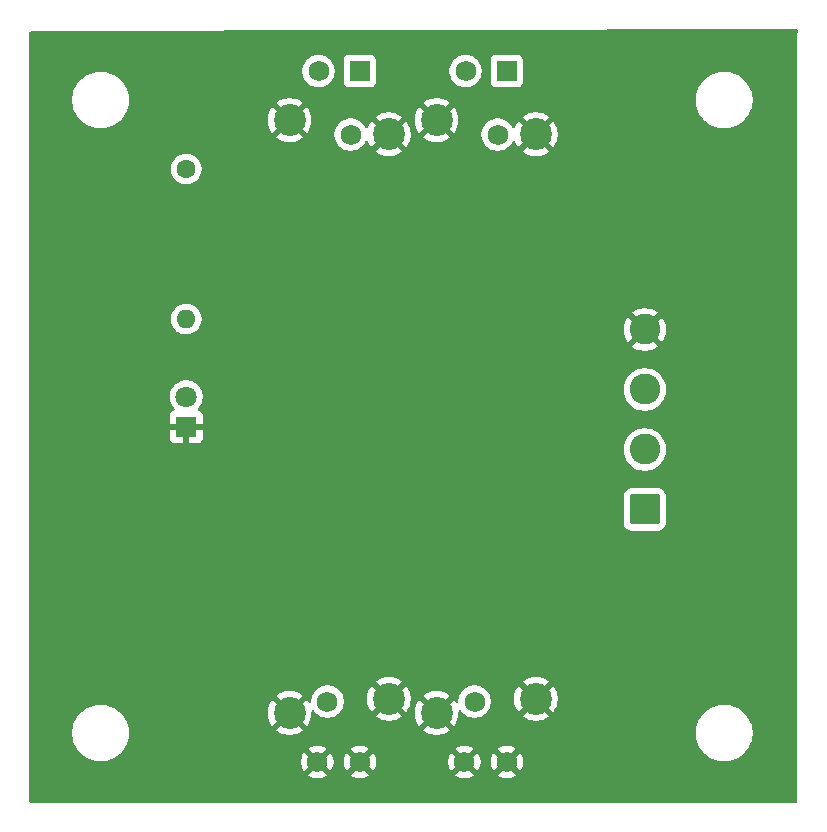
<source format=gbr>
%TF.GenerationSoftware,KiCad,Pcbnew,9.0.0*%
%TF.CreationDate,2025-03-25T22:24:14+01:00*%
%TF.ProjectId,LEDstripCtrl2.0,4c454473-7472-4697-9043-74726c322e30,rev?*%
%TF.SameCoordinates,Original*%
%TF.FileFunction,Copper,L1,Top*%
%TF.FilePolarity,Positive*%
%FSLAX46Y46*%
G04 Gerber Fmt 4.6, Leading zero omitted, Abs format (unit mm)*
G04 Created by KiCad (PCBNEW 9.0.0) date 2025-03-25 22:24:14*
%MOMM*%
%LPD*%
G01*
G04 APERTURE LIST*
G04 Aperture macros list*
%AMRoundRect*
0 Rectangle with rounded corners*
0 $1 Rounding radius*
0 $2 $3 $4 $5 $6 $7 $8 $9 X,Y pos of 4 corners*
0 Add a 4 corners polygon primitive as box body*
4,1,4,$2,$3,$4,$5,$6,$7,$8,$9,$2,$3,0*
0 Add four circle primitives for the rounded corners*
1,1,$1+$1,$2,$3*
1,1,$1+$1,$4,$5*
1,1,$1+$1,$6,$7*
1,1,$1+$1,$8,$9*
0 Add four rect primitives between the rounded corners*
20,1,$1+$1,$2,$3,$4,$5,0*
20,1,$1+$1,$4,$5,$6,$7,0*
20,1,$1+$1,$6,$7,$8,$9,0*
20,1,$1+$1,$8,$9,$2,$3,0*%
G04 Aperture macros list end*
%TA.AperFunction,ComponentPad*%
%ADD10R,1.750000X1.750000*%
%TD*%
%TA.AperFunction,ComponentPad*%
%ADD11C,1.750000*%
%TD*%
%TA.AperFunction,ComponentPad*%
%ADD12C,2.700000*%
%TD*%
%TA.AperFunction,ComponentPad*%
%ADD13R,1.800000X1.800000*%
%TD*%
%TA.AperFunction,ComponentPad*%
%ADD14C,1.800000*%
%TD*%
%TA.AperFunction,ComponentPad*%
%ADD15RoundRect,0.250000X1.050000X-1.050000X1.050000X1.050000X-1.050000X1.050000X-1.050000X-1.050000X0*%
%TD*%
%TA.AperFunction,ComponentPad*%
%ADD16C,2.600000*%
%TD*%
%TA.AperFunction,ComponentPad*%
%ADD17C,1.600000*%
%TD*%
%TA.AperFunction,ComponentPad*%
%ADD18O,1.600000X1.600000*%
%TD*%
G04 APERTURE END LIST*
D10*
%TO.P,RV1,1,1*%
%TO.N,+3.3V*%
X144550000Y-67050000D03*
D11*
X141050000Y-67050000D03*
%TO.P,RV1,2,2*%
%TO.N,Net-(J1-Pin_2)*%
X143770000Y-72430000D03*
X141810000Y-120430000D03*
%TO.P,RV1,3,3*%
%TO.N,GNDREF*%
X144550000Y-125550000D03*
X140953500Y-125550000D03*
D12*
%TO.P,RV1,MP,MountPin*%
X138600000Y-71200000D03*
X147000000Y-72400000D03*
X147000000Y-120200000D03*
X138600000Y-121400000D03*
%TD*%
D13*
%TO.P,D1,1,K*%
%TO.N,GNDREF*%
X129850000Y-97170000D03*
D14*
%TO.P,D1,2,A*%
%TO.N,Net-(D1-A)*%
X129850000Y-94630000D03*
%TD*%
D15*
%TO.P,J1,1,Pin_1*%
%TO.N,+3.3V*%
X168672500Y-104170000D03*
D16*
%TO.P,J1,2,Pin_2*%
%TO.N,Net-(J1-Pin_2)*%
X168672500Y-99090000D03*
%TO.P,J1,3,Pin_3*%
%TO.N,Net-(J1-Pin_3)*%
X168672500Y-94010000D03*
%TO.P,J1,4,Pin_4*%
%TO.N,GNDREF*%
X168672500Y-88930000D03*
%TD*%
D10*
%TO.P,RV2,1,1*%
%TO.N,+3.3V*%
X157000000Y-67050000D03*
D11*
X153500000Y-67050000D03*
%TO.P,RV2,2,2*%
%TO.N,Net-(J1-Pin_3)*%
X156220000Y-72430000D03*
X154260000Y-120430000D03*
%TO.P,RV2,3,3*%
%TO.N,GNDREF*%
X157000000Y-125550000D03*
X153403500Y-125550000D03*
D12*
%TO.P,RV2,MP,MountPin*%
X151050000Y-71200000D03*
X159450000Y-72400000D03*
X159450000Y-120200000D03*
X151050000Y-121400000D03*
%TD*%
D17*
%TO.P,R1,1*%
%TO.N,+3.3V*%
X129850000Y-75350000D03*
D18*
%TO.P,R1,2*%
%TO.N,Net-(D1-A)*%
X129850000Y-88050000D03*
%TD*%
%TA.AperFunction,Conductor*%
%TO.N,GNDREF*%
G36*
X181592719Y-63519860D02*
G01*
X181638636Y-63572523D01*
X181650000Y-63624381D01*
X181650000Y-63676000D01*
X181630315Y-63743039D01*
X181577511Y-63788794D01*
X181556672Y-63793327D01*
X181550000Y-63800000D01*
X181550000Y-128876000D01*
X181530315Y-128943039D01*
X181477511Y-128988794D01*
X181426000Y-129000000D01*
X116674000Y-129000000D01*
X116606961Y-128980315D01*
X116561206Y-128927511D01*
X116550000Y-128876000D01*
X116550000Y-122965186D01*
X120199500Y-122965186D01*
X120199500Y-123234813D01*
X120229686Y-123502719D01*
X120229688Y-123502731D01*
X120289684Y-123765594D01*
X120289687Y-123765602D01*
X120378734Y-124020082D01*
X120495714Y-124262994D01*
X120495716Y-124262997D01*
X120639162Y-124491289D01*
X120807266Y-124702085D01*
X120997915Y-124892734D01*
X121208711Y-125060838D01*
X121437003Y-125204284D01*
X121679921Y-125321267D01*
X121871049Y-125388145D01*
X121934397Y-125410312D01*
X121934405Y-125410315D01*
X121934408Y-125410315D01*
X121934409Y-125410316D01*
X122197268Y-125470312D01*
X122465187Y-125500499D01*
X122465188Y-125500500D01*
X122465191Y-125500500D01*
X122734812Y-125500500D01*
X122734812Y-125500499D01*
X123002732Y-125470312D01*
X123127743Y-125441779D01*
X139578500Y-125441779D01*
X139578500Y-125658220D01*
X139612357Y-125871981D01*
X139679235Y-126077814D01*
X139679236Y-126077817D01*
X139777496Y-126270660D01*
X139820329Y-126329615D01*
X139820330Y-126329616D01*
X140388887Y-125761059D01*
X140394389Y-125781591D01*
X140473381Y-125918408D01*
X140585092Y-126030119D01*
X140721909Y-126109111D01*
X140742439Y-126114612D01*
X140173882Y-126683168D01*
X140232842Y-126726005D01*
X140425682Y-126824263D01*
X140425685Y-126824264D01*
X140631518Y-126891142D01*
X140845280Y-126925000D01*
X141061720Y-126925000D01*
X141275481Y-126891142D01*
X141481314Y-126824264D01*
X141481317Y-126824263D01*
X141674156Y-126726006D01*
X141733115Y-126683168D01*
X141733116Y-126683168D01*
X141164559Y-126114612D01*
X141185091Y-126109111D01*
X141321908Y-126030119D01*
X141433619Y-125918408D01*
X141512611Y-125781591D01*
X141518112Y-125761059D01*
X142086668Y-126329616D01*
X142086668Y-126329615D01*
X142129506Y-126270656D01*
X142227763Y-126077817D01*
X142227764Y-126077814D01*
X142294642Y-125871981D01*
X142328500Y-125658220D01*
X142328500Y-125441779D01*
X143175000Y-125441779D01*
X143175000Y-125658220D01*
X143208857Y-125871981D01*
X143275735Y-126077814D01*
X143275736Y-126077817D01*
X143373996Y-126270660D01*
X143416829Y-126329615D01*
X143416830Y-126329616D01*
X143985387Y-125761059D01*
X143990889Y-125781591D01*
X144069881Y-125918408D01*
X144181592Y-126030119D01*
X144318409Y-126109111D01*
X144338939Y-126114612D01*
X143770382Y-126683168D01*
X143829342Y-126726005D01*
X144022182Y-126824263D01*
X144022185Y-126824264D01*
X144228018Y-126891142D01*
X144441780Y-126925000D01*
X144658220Y-126925000D01*
X144871981Y-126891142D01*
X145077814Y-126824264D01*
X145077817Y-126824263D01*
X145270656Y-126726006D01*
X145329615Y-126683168D01*
X145329616Y-126683168D01*
X144761059Y-126114612D01*
X144781591Y-126109111D01*
X144918408Y-126030119D01*
X145030119Y-125918408D01*
X145109111Y-125781591D01*
X145114612Y-125761060D01*
X145683168Y-126329616D01*
X145683168Y-126329615D01*
X145726006Y-126270656D01*
X145824263Y-126077817D01*
X145824264Y-126077814D01*
X145891142Y-125871981D01*
X145925000Y-125658220D01*
X145925000Y-125441779D01*
X152028500Y-125441779D01*
X152028500Y-125658220D01*
X152062357Y-125871981D01*
X152129235Y-126077814D01*
X152129236Y-126077817D01*
X152227496Y-126270660D01*
X152270329Y-126329615D01*
X152270330Y-126329616D01*
X152838887Y-125761059D01*
X152844389Y-125781591D01*
X152923381Y-125918408D01*
X153035092Y-126030119D01*
X153171909Y-126109111D01*
X153192439Y-126114612D01*
X152623882Y-126683168D01*
X152682842Y-126726005D01*
X152875682Y-126824263D01*
X152875685Y-126824264D01*
X153081518Y-126891142D01*
X153295280Y-126925000D01*
X153511720Y-126925000D01*
X153725481Y-126891142D01*
X153931314Y-126824264D01*
X153931317Y-126824263D01*
X154124156Y-126726006D01*
X154183115Y-126683168D01*
X154183116Y-126683168D01*
X153614559Y-126114612D01*
X153635091Y-126109111D01*
X153771908Y-126030119D01*
X153883619Y-125918408D01*
X153962611Y-125781591D01*
X153968112Y-125761060D01*
X154536668Y-126329616D01*
X154536668Y-126329615D01*
X154579506Y-126270656D01*
X154677763Y-126077817D01*
X154677764Y-126077814D01*
X154744642Y-125871981D01*
X154778500Y-125658220D01*
X154778500Y-125441779D01*
X155625000Y-125441779D01*
X155625000Y-125658220D01*
X155658857Y-125871981D01*
X155725735Y-126077814D01*
X155725736Y-126077817D01*
X155823996Y-126270660D01*
X155866829Y-126329615D01*
X155866830Y-126329616D01*
X156435387Y-125761059D01*
X156440889Y-125781591D01*
X156519881Y-125918408D01*
X156631592Y-126030119D01*
X156768409Y-126109111D01*
X156788939Y-126114612D01*
X156220382Y-126683168D01*
X156279342Y-126726005D01*
X156472182Y-126824263D01*
X156472185Y-126824264D01*
X156678018Y-126891142D01*
X156891780Y-126925000D01*
X157108220Y-126925000D01*
X157321981Y-126891142D01*
X157527814Y-126824264D01*
X157527817Y-126824263D01*
X157720656Y-126726006D01*
X157779615Y-126683168D01*
X157779616Y-126683168D01*
X157211059Y-126114612D01*
X157231591Y-126109111D01*
X157368408Y-126030119D01*
X157480119Y-125918408D01*
X157559111Y-125781591D01*
X157564612Y-125761060D01*
X158133168Y-126329616D01*
X158133168Y-126329615D01*
X158176006Y-126270656D01*
X158274263Y-126077817D01*
X158274264Y-126077814D01*
X158341142Y-125871981D01*
X158375000Y-125658220D01*
X158375000Y-125441779D01*
X158341142Y-125228018D01*
X158274264Y-125022185D01*
X158274263Y-125022182D01*
X158176005Y-124829342D01*
X158133168Y-124770383D01*
X158133168Y-124770382D01*
X157564612Y-125338939D01*
X157559111Y-125318409D01*
X157480119Y-125181592D01*
X157368408Y-125069881D01*
X157231591Y-124990889D01*
X157211058Y-124985387D01*
X157779616Y-124416830D01*
X157779615Y-124416829D01*
X157720660Y-124373996D01*
X157527817Y-124275736D01*
X157527814Y-124275735D01*
X157321981Y-124208857D01*
X157108220Y-124175000D01*
X156891780Y-124175000D01*
X156678018Y-124208857D01*
X156472185Y-124275735D01*
X156472182Y-124275736D01*
X156279346Y-124373992D01*
X156220383Y-124416830D01*
X156788941Y-124985387D01*
X156768409Y-124990889D01*
X156631592Y-125069881D01*
X156519881Y-125181592D01*
X156440889Y-125318409D01*
X156435387Y-125338940D01*
X155866830Y-124770383D01*
X155823992Y-124829346D01*
X155725736Y-125022182D01*
X155725735Y-125022185D01*
X155658857Y-125228018D01*
X155625000Y-125441779D01*
X154778500Y-125441779D01*
X154744642Y-125228018D01*
X154677764Y-125022185D01*
X154677763Y-125022182D01*
X154579505Y-124829342D01*
X154536668Y-124770383D01*
X154536668Y-124770382D01*
X153968112Y-125338939D01*
X153962611Y-125318409D01*
X153883619Y-125181592D01*
X153771908Y-125069881D01*
X153635091Y-124990889D01*
X153614558Y-124985387D01*
X154183116Y-124416830D01*
X154183115Y-124416829D01*
X154124160Y-124373996D01*
X153931317Y-124275736D01*
X153931314Y-124275735D01*
X153725481Y-124208857D01*
X153511720Y-124175000D01*
X153295280Y-124175000D01*
X153081518Y-124208857D01*
X152875685Y-124275735D01*
X152875682Y-124275736D01*
X152682846Y-124373992D01*
X152623883Y-124416830D01*
X153192441Y-124985387D01*
X153171909Y-124990889D01*
X153035092Y-125069881D01*
X152923381Y-125181592D01*
X152844389Y-125318409D01*
X152838887Y-125338940D01*
X152270330Y-124770383D01*
X152227492Y-124829346D01*
X152129236Y-125022182D01*
X152129235Y-125022185D01*
X152062357Y-125228018D01*
X152028500Y-125441779D01*
X145925000Y-125441779D01*
X145891142Y-125228018D01*
X145824264Y-125022185D01*
X145824263Y-125022182D01*
X145726005Y-124829342D01*
X145683168Y-124770383D01*
X145683168Y-124770382D01*
X145114612Y-125338939D01*
X145109111Y-125318409D01*
X145030119Y-125181592D01*
X144918408Y-125069881D01*
X144781591Y-124990889D01*
X144761058Y-124985387D01*
X145329616Y-124416830D01*
X145329615Y-124416829D01*
X145270660Y-124373996D01*
X145077817Y-124275736D01*
X145077814Y-124275735D01*
X144871981Y-124208857D01*
X144658220Y-124175000D01*
X144441780Y-124175000D01*
X144228018Y-124208857D01*
X144022185Y-124275735D01*
X144022182Y-124275736D01*
X143829346Y-124373992D01*
X143770383Y-124416830D01*
X144338941Y-124985387D01*
X144318409Y-124990889D01*
X144181592Y-125069881D01*
X144069881Y-125181592D01*
X143990889Y-125318409D01*
X143985387Y-125338940D01*
X143416830Y-124770383D01*
X143373992Y-124829346D01*
X143275736Y-125022182D01*
X143275735Y-125022185D01*
X143208857Y-125228018D01*
X143175000Y-125441779D01*
X142328500Y-125441779D01*
X142294642Y-125228018D01*
X142227764Y-125022185D01*
X142227763Y-125022182D01*
X142129505Y-124829342D01*
X142086668Y-124770383D01*
X142086668Y-124770382D01*
X141518112Y-125338939D01*
X141512611Y-125318409D01*
X141433619Y-125181592D01*
X141321908Y-125069881D01*
X141185091Y-124990889D01*
X141164558Y-124985387D01*
X141733116Y-124416830D01*
X141733115Y-124416829D01*
X141674160Y-124373996D01*
X141481317Y-124275736D01*
X141481314Y-124275735D01*
X141275481Y-124208857D01*
X141061720Y-124175000D01*
X140845280Y-124175000D01*
X140631518Y-124208857D01*
X140425685Y-124275735D01*
X140425682Y-124275736D01*
X140232846Y-124373992D01*
X140173883Y-124416830D01*
X140742441Y-124985387D01*
X140721909Y-124990889D01*
X140585092Y-125069881D01*
X140473381Y-125181592D01*
X140394389Y-125318409D01*
X140388887Y-125338940D01*
X139820330Y-124770383D01*
X139777492Y-124829346D01*
X139679236Y-125022182D01*
X139679235Y-125022185D01*
X139612357Y-125228018D01*
X139578500Y-125441779D01*
X123127743Y-125441779D01*
X123265591Y-125410316D01*
X123520079Y-125321267D01*
X123762997Y-125204284D01*
X123991289Y-125060838D01*
X124202085Y-124892734D01*
X124392734Y-124702085D01*
X124560838Y-124491289D01*
X124704284Y-124262997D01*
X124821267Y-124020079D01*
X124910316Y-123765591D01*
X124970312Y-123502732D01*
X125000500Y-123234809D01*
X125000500Y-122965191D01*
X124970312Y-122697268D01*
X124910316Y-122434409D01*
X124821267Y-122179921D01*
X124704284Y-121937003D01*
X124560838Y-121708711D01*
X124392734Y-121497915D01*
X124202085Y-121307266D01*
X124166328Y-121278751D01*
X136750000Y-121278751D01*
X136750000Y-121521248D01*
X136750001Y-121521264D01*
X136781653Y-121761687D01*
X136844421Y-121995939D01*
X136937220Y-122219978D01*
X136937227Y-122219992D01*
X137058481Y-122430010D01*
X137127061Y-122519384D01*
X137845884Y-121800560D01*
X137846740Y-121802626D01*
X137939762Y-121941844D01*
X138058156Y-122060238D01*
X138197374Y-122153260D01*
X138199437Y-122154114D01*
X137480614Y-122872936D01*
X137480614Y-122872937D01*
X137569989Y-122941517D01*
X137569996Y-122941522D01*
X137780007Y-123062772D01*
X137780021Y-123062779D01*
X138004060Y-123155578D01*
X138238312Y-123218346D01*
X138478735Y-123249998D01*
X138478752Y-123250000D01*
X138721248Y-123250000D01*
X138721264Y-123249998D01*
X138961687Y-123218346D01*
X139195939Y-123155578D01*
X139419978Y-123062779D01*
X139419992Y-123062772D01*
X139630016Y-122941515D01*
X139719384Y-122872939D01*
X139719384Y-122872936D01*
X139000562Y-122154114D01*
X139002626Y-122153260D01*
X139141844Y-122060238D01*
X139260238Y-121941844D01*
X139353260Y-121802626D01*
X139354114Y-121800562D01*
X140072936Y-122519384D01*
X140072939Y-122519384D01*
X140141515Y-122430016D01*
X140262772Y-122219992D01*
X140262779Y-122219978D01*
X140355578Y-121995939D01*
X140418346Y-121761687D01*
X140449998Y-121521264D01*
X140450000Y-121521248D01*
X140450000Y-121279893D01*
X140469685Y-121212854D01*
X140522489Y-121167099D01*
X140591647Y-121157155D01*
X140655203Y-121186180D01*
X140674315Y-121207004D01*
X140760828Y-121326078D01*
X140913922Y-121479172D01*
X141089081Y-121606433D01*
X141170535Y-121647936D01*
X141281990Y-121704726D01*
X141281993Y-121704727D01*
X141384947Y-121738178D01*
X141487903Y-121771630D01*
X141701746Y-121805500D01*
X141701747Y-121805500D01*
X141918253Y-121805500D01*
X141918254Y-121805500D01*
X142132097Y-121771630D01*
X142338009Y-121704726D01*
X142530919Y-121606433D01*
X142706078Y-121479172D01*
X142859172Y-121326078D01*
X142986433Y-121150919D01*
X143084726Y-120958009D01*
X143151630Y-120752097D01*
X143185500Y-120538254D01*
X143185500Y-120321746D01*
X143151630Y-120107903D01*
X143142158Y-120078751D01*
X145150000Y-120078751D01*
X145150000Y-120321248D01*
X145150001Y-120321264D01*
X145181653Y-120561687D01*
X145244421Y-120795939D01*
X145337220Y-121019978D01*
X145337227Y-121019992D01*
X145458481Y-121230010D01*
X145527061Y-121319384D01*
X146245884Y-120600560D01*
X146246740Y-120602626D01*
X146339762Y-120741844D01*
X146458156Y-120860238D01*
X146597374Y-120953260D01*
X146599437Y-120954114D01*
X145880614Y-121672936D01*
X145880614Y-121672937D01*
X145969989Y-121741517D01*
X145969996Y-121741522D01*
X146180007Y-121862772D01*
X146180021Y-121862779D01*
X146404060Y-121955578D01*
X146638312Y-122018346D01*
X146878735Y-122049998D01*
X146878752Y-122050000D01*
X147121248Y-122050000D01*
X147121264Y-122049998D01*
X147361687Y-122018346D01*
X147595939Y-121955578D01*
X147819978Y-121862779D01*
X147819992Y-121862772D01*
X148030016Y-121741515D01*
X148119384Y-121672939D01*
X148119384Y-121672936D01*
X147400562Y-120954114D01*
X147402626Y-120953260D01*
X147541844Y-120860238D01*
X147660238Y-120741844D01*
X147753260Y-120602626D01*
X147754114Y-120600562D01*
X148472936Y-121319384D01*
X148472939Y-121319384D01*
X148504118Y-121278751D01*
X149200000Y-121278751D01*
X149200000Y-121521248D01*
X149200001Y-121521264D01*
X149231653Y-121761687D01*
X149294421Y-121995939D01*
X149387220Y-122219978D01*
X149387227Y-122219992D01*
X149508481Y-122430010D01*
X149577061Y-122519384D01*
X150295884Y-121800560D01*
X150296740Y-121802626D01*
X150389762Y-121941844D01*
X150508156Y-122060238D01*
X150647374Y-122153260D01*
X150649437Y-122154114D01*
X149930614Y-122872936D01*
X149930614Y-122872937D01*
X150019989Y-122941517D01*
X150019996Y-122941522D01*
X150230007Y-123062772D01*
X150230021Y-123062779D01*
X150454060Y-123155578D01*
X150688312Y-123218346D01*
X150928735Y-123249998D01*
X150928752Y-123250000D01*
X151171248Y-123250000D01*
X151171264Y-123249998D01*
X151411687Y-123218346D01*
X151645939Y-123155578D01*
X151869978Y-123062779D01*
X151869992Y-123062772D01*
X152039016Y-122965186D01*
X172999500Y-122965186D01*
X172999500Y-123234813D01*
X173029686Y-123502719D01*
X173029688Y-123502731D01*
X173089684Y-123765594D01*
X173089687Y-123765602D01*
X173178734Y-124020082D01*
X173295714Y-124262994D01*
X173295716Y-124262997D01*
X173439162Y-124491289D01*
X173607266Y-124702085D01*
X173797915Y-124892734D01*
X174008711Y-125060838D01*
X174237003Y-125204284D01*
X174479921Y-125321267D01*
X174671049Y-125388145D01*
X174734397Y-125410312D01*
X174734405Y-125410315D01*
X174734408Y-125410315D01*
X174734409Y-125410316D01*
X174997268Y-125470312D01*
X175265187Y-125500499D01*
X175265188Y-125500500D01*
X175265191Y-125500500D01*
X175534812Y-125500500D01*
X175534812Y-125500499D01*
X175802732Y-125470312D01*
X176065591Y-125410316D01*
X176320079Y-125321267D01*
X176562997Y-125204284D01*
X176791289Y-125060838D01*
X177002085Y-124892734D01*
X177192734Y-124702085D01*
X177360838Y-124491289D01*
X177504284Y-124262997D01*
X177621267Y-124020079D01*
X177710316Y-123765591D01*
X177770312Y-123502732D01*
X177800500Y-123234809D01*
X177800500Y-122965191D01*
X177770312Y-122697268D01*
X177710316Y-122434409D01*
X177621267Y-122179921D01*
X177504284Y-121937003D01*
X177360838Y-121708711D01*
X177192734Y-121497915D01*
X177002085Y-121307266D01*
X176791289Y-121139162D01*
X176562997Y-120995716D01*
X176562994Y-120995714D01*
X176320082Y-120878734D01*
X176065602Y-120789687D01*
X176065594Y-120789684D01*
X175846869Y-120739762D01*
X175802732Y-120729688D01*
X175802728Y-120729687D01*
X175802719Y-120729686D01*
X175534813Y-120699500D01*
X175534809Y-120699500D01*
X175265191Y-120699500D01*
X175265186Y-120699500D01*
X174997280Y-120729686D01*
X174997268Y-120729688D01*
X174734405Y-120789684D01*
X174734397Y-120789687D01*
X174479917Y-120878734D01*
X174237005Y-120995714D01*
X174008712Y-121139161D01*
X173797915Y-121307265D01*
X173607265Y-121497915D01*
X173439161Y-121708712D01*
X173295714Y-121937005D01*
X173178734Y-122179917D01*
X173089687Y-122434397D01*
X173089684Y-122434405D01*
X173029688Y-122697268D01*
X173029686Y-122697280D01*
X172999500Y-122965186D01*
X152039016Y-122965186D01*
X152080016Y-122941515D01*
X152169384Y-122872939D01*
X152169384Y-122872936D01*
X151450562Y-122154114D01*
X151452626Y-122153260D01*
X151591844Y-122060238D01*
X151710238Y-121941844D01*
X151803260Y-121802626D01*
X151804114Y-121800562D01*
X152522936Y-122519384D01*
X152522939Y-122519384D01*
X152591515Y-122430016D01*
X152712772Y-122219992D01*
X152712779Y-122219978D01*
X152805578Y-121995939D01*
X152868346Y-121761687D01*
X152899998Y-121521264D01*
X152900000Y-121521248D01*
X152900000Y-121279893D01*
X152919685Y-121212854D01*
X152972489Y-121167099D01*
X153041647Y-121157155D01*
X153105203Y-121186180D01*
X153124315Y-121207004D01*
X153210828Y-121326078D01*
X153363922Y-121479172D01*
X153539081Y-121606433D01*
X153620535Y-121647936D01*
X153731990Y-121704726D01*
X153731993Y-121704727D01*
X153834947Y-121738178D01*
X153937903Y-121771630D01*
X154151746Y-121805500D01*
X154151747Y-121805500D01*
X154368253Y-121805500D01*
X154368254Y-121805500D01*
X154582097Y-121771630D01*
X154788009Y-121704726D01*
X154980919Y-121606433D01*
X155156078Y-121479172D01*
X155309172Y-121326078D01*
X155436433Y-121150919D01*
X155534726Y-120958009D01*
X155601630Y-120752097D01*
X155635500Y-120538254D01*
X155635500Y-120321746D01*
X155601630Y-120107903D01*
X155592158Y-120078751D01*
X157600000Y-120078751D01*
X157600000Y-120321248D01*
X157600001Y-120321264D01*
X157631653Y-120561687D01*
X157694421Y-120795939D01*
X157787220Y-121019978D01*
X157787227Y-121019992D01*
X157908481Y-121230010D01*
X157977061Y-121319384D01*
X158695884Y-120600560D01*
X158696740Y-120602626D01*
X158789762Y-120741844D01*
X158908156Y-120860238D01*
X159047374Y-120953260D01*
X159049437Y-120954114D01*
X158330614Y-121672936D01*
X158330614Y-121672937D01*
X158419989Y-121741517D01*
X158419996Y-121741522D01*
X158630007Y-121862772D01*
X158630021Y-121862779D01*
X158854060Y-121955578D01*
X159088312Y-122018346D01*
X159328735Y-122049998D01*
X159328752Y-122050000D01*
X159571248Y-122050000D01*
X159571264Y-122049998D01*
X159811687Y-122018346D01*
X160045939Y-121955578D01*
X160269978Y-121862779D01*
X160269992Y-121862772D01*
X160480016Y-121741515D01*
X160569384Y-121672939D01*
X160569384Y-121672936D01*
X159850562Y-120954114D01*
X159852626Y-120953260D01*
X159991844Y-120860238D01*
X160110238Y-120741844D01*
X160203260Y-120602626D01*
X160204114Y-120600562D01*
X160922936Y-121319384D01*
X160922939Y-121319384D01*
X160991515Y-121230016D01*
X161112772Y-121019992D01*
X161112779Y-121019978D01*
X161205578Y-120795939D01*
X161268346Y-120561687D01*
X161299998Y-120321264D01*
X161300000Y-120321248D01*
X161300000Y-120078751D01*
X161299998Y-120078735D01*
X161268346Y-119838312D01*
X161205578Y-119604060D01*
X161112779Y-119380021D01*
X161112772Y-119380007D01*
X160991522Y-119169996D01*
X160991517Y-119169989D01*
X160922937Y-119080614D01*
X160922936Y-119080614D01*
X160204114Y-119799436D01*
X160203260Y-119797374D01*
X160110238Y-119658156D01*
X159991844Y-119539762D01*
X159852626Y-119446740D01*
X159850560Y-119445884D01*
X160569384Y-118727061D01*
X160480010Y-118658481D01*
X160269992Y-118537227D01*
X160269978Y-118537220D01*
X160045939Y-118444421D01*
X159811687Y-118381653D01*
X159571264Y-118350001D01*
X159571248Y-118350000D01*
X159328752Y-118350000D01*
X159328735Y-118350001D01*
X159088312Y-118381653D01*
X158854060Y-118444421D01*
X158630021Y-118537220D01*
X158630006Y-118537227D01*
X158419990Y-118658480D01*
X158330614Y-118727060D01*
X158330614Y-118727061D01*
X159049438Y-119445885D01*
X159047374Y-119446740D01*
X158908156Y-119539762D01*
X158789762Y-119658156D01*
X158696740Y-119797374D01*
X158695885Y-119799438D01*
X157977061Y-119080614D01*
X157977060Y-119080614D01*
X157908480Y-119169990D01*
X157787227Y-119380006D01*
X157787220Y-119380021D01*
X157694421Y-119604060D01*
X157631653Y-119838312D01*
X157600001Y-120078735D01*
X157600000Y-120078751D01*
X155592158Y-120078751D01*
X155592153Y-120078735D01*
X155534727Y-119901993D01*
X155534726Y-119901990D01*
X155450774Y-119737227D01*
X155436433Y-119709081D01*
X155309172Y-119533922D01*
X155156078Y-119380828D01*
X154980919Y-119253567D01*
X154788009Y-119155273D01*
X154788006Y-119155272D01*
X154582098Y-119088370D01*
X154475175Y-119071435D01*
X154368254Y-119054500D01*
X154151746Y-119054500D01*
X154080465Y-119065790D01*
X153937901Y-119088370D01*
X153731993Y-119155272D01*
X153731990Y-119155273D01*
X153539080Y-119253567D01*
X153439145Y-119326174D01*
X153363922Y-119380828D01*
X153363920Y-119380830D01*
X153363919Y-119380830D01*
X153210830Y-119533919D01*
X153210830Y-119533920D01*
X153210828Y-119533922D01*
X153206585Y-119539762D01*
X153083567Y-119709080D01*
X152985273Y-119901990D01*
X152985272Y-119901993D01*
X152918370Y-120107901D01*
X152884500Y-120321746D01*
X152884500Y-120414674D01*
X152864815Y-120481713D01*
X152812011Y-120527468D01*
X152742853Y-120537412D01*
X152679297Y-120508387D01*
X152653113Y-120476674D01*
X152591522Y-120369996D01*
X152591517Y-120369989D01*
X152522937Y-120280614D01*
X152522936Y-120280614D01*
X151804114Y-120999436D01*
X151803260Y-120997374D01*
X151710238Y-120858156D01*
X151591844Y-120739762D01*
X151452626Y-120646740D01*
X151450560Y-120645884D01*
X152169384Y-119927061D01*
X152080010Y-119858481D01*
X151869992Y-119737227D01*
X151869978Y-119737220D01*
X151645939Y-119644421D01*
X151411687Y-119581653D01*
X151171264Y-119550001D01*
X151171248Y-119550000D01*
X150928752Y-119550000D01*
X150928735Y-119550001D01*
X150688312Y-119581653D01*
X150454060Y-119644421D01*
X150230021Y-119737220D01*
X150230006Y-119737227D01*
X150019990Y-119858480D01*
X149930614Y-119927060D01*
X149930614Y-119927061D01*
X150649438Y-120645885D01*
X150647374Y-120646740D01*
X150508156Y-120739762D01*
X150389762Y-120858156D01*
X150296740Y-120997374D01*
X150295885Y-120999438D01*
X149577061Y-120280614D01*
X149577060Y-120280614D01*
X149508480Y-120369990D01*
X149387227Y-120580006D01*
X149387220Y-120580021D01*
X149294421Y-120804060D01*
X149231653Y-121038312D01*
X149200001Y-121278735D01*
X149200000Y-121278751D01*
X148504118Y-121278751D01*
X148541515Y-121230016D01*
X148551521Y-121212686D01*
X148662772Y-121019992D01*
X148662779Y-121019978D01*
X148755578Y-120795939D01*
X148818346Y-120561687D01*
X148849998Y-120321264D01*
X148850000Y-120321248D01*
X148850000Y-120078751D01*
X148849999Y-120078737D01*
X148838474Y-119991200D01*
X148838474Y-119991199D01*
X148818346Y-119838312D01*
X148755578Y-119604060D01*
X148662779Y-119380021D01*
X148662772Y-119380007D01*
X148541522Y-119169996D01*
X148541517Y-119169989D01*
X148472937Y-119080614D01*
X148472936Y-119080614D01*
X147754114Y-119799436D01*
X147753260Y-119797374D01*
X147660238Y-119658156D01*
X147541844Y-119539762D01*
X147402626Y-119446740D01*
X147400560Y-119445884D01*
X148119384Y-118727061D01*
X148030010Y-118658481D01*
X147819992Y-118537227D01*
X147819978Y-118537220D01*
X147595939Y-118444421D01*
X147361687Y-118381653D01*
X147121264Y-118350001D01*
X147121248Y-118350000D01*
X146878752Y-118350000D01*
X146878735Y-118350001D01*
X146638312Y-118381653D01*
X146404060Y-118444421D01*
X146180021Y-118537220D01*
X146180006Y-118537227D01*
X145969990Y-118658480D01*
X145880614Y-118727060D01*
X145880614Y-118727061D01*
X146599438Y-119445885D01*
X146597374Y-119446740D01*
X146458156Y-119539762D01*
X146339762Y-119658156D01*
X146246740Y-119797374D01*
X146245885Y-119799438D01*
X145527061Y-119080614D01*
X145527060Y-119080614D01*
X145458480Y-119169990D01*
X145337227Y-119380006D01*
X145337220Y-119380021D01*
X145244421Y-119604060D01*
X145181653Y-119838312D01*
X145150001Y-120078735D01*
X145150000Y-120078751D01*
X143142158Y-120078751D01*
X143142153Y-120078735D01*
X143084727Y-119901993D01*
X143084726Y-119901990D01*
X143000774Y-119737227D01*
X142986433Y-119709081D01*
X142859172Y-119533922D01*
X142706078Y-119380828D01*
X142530919Y-119253567D01*
X142338009Y-119155273D01*
X142338006Y-119155272D01*
X142132098Y-119088370D01*
X142025175Y-119071435D01*
X141918254Y-119054500D01*
X141701746Y-119054500D01*
X141630465Y-119065790D01*
X141487901Y-119088370D01*
X141281993Y-119155272D01*
X141281990Y-119155273D01*
X141089080Y-119253567D01*
X140989145Y-119326174D01*
X140913922Y-119380828D01*
X140913920Y-119380830D01*
X140913919Y-119380830D01*
X140760830Y-119533919D01*
X140760830Y-119533920D01*
X140760828Y-119533922D01*
X140756585Y-119539762D01*
X140633567Y-119709080D01*
X140535273Y-119901990D01*
X140535272Y-119901993D01*
X140468370Y-120107901D01*
X140434500Y-120321746D01*
X140434500Y-120414674D01*
X140414815Y-120481713D01*
X140362011Y-120527468D01*
X140292853Y-120537412D01*
X140229297Y-120508387D01*
X140203113Y-120476674D01*
X140141522Y-120369996D01*
X140141517Y-120369989D01*
X140072937Y-120280614D01*
X140072936Y-120280614D01*
X139354114Y-120999436D01*
X139353260Y-120997374D01*
X139260238Y-120858156D01*
X139141844Y-120739762D01*
X139002626Y-120646740D01*
X139000560Y-120645884D01*
X139719384Y-119927061D01*
X139630010Y-119858481D01*
X139419992Y-119737227D01*
X139419978Y-119737220D01*
X139195939Y-119644421D01*
X138961687Y-119581653D01*
X138721264Y-119550001D01*
X138721248Y-119550000D01*
X138478752Y-119550000D01*
X138478735Y-119550001D01*
X138238312Y-119581653D01*
X138004060Y-119644421D01*
X137780021Y-119737220D01*
X137780006Y-119737227D01*
X137569990Y-119858480D01*
X137480614Y-119927060D01*
X137480614Y-119927061D01*
X138199438Y-120645885D01*
X138197374Y-120646740D01*
X138058156Y-120739762D01*
X137939762Y-120858156D01*
X137846740Y-120997374D01*
X137845885Y-120999438D01*
X137127061Y-120280614D01*
X137127060Y-120280614D01*
X137058480Y-120369990D01*
X136937227Y-120580006D01*
X136937220Y-120580021D01*
X136844421Y-120804060D01*
X136781653Y-121038312D01*
X136750001Y-121278735D01*
X136750000Y-121278751D01*
X124166328Y-121278751D01*
X123991289Y-121139162D01*
X123762997Y-120995716D01*
X123762994Y-120995714D01*
X123520082Y-120878734D01*
X123265602Y-120789687D01*
X123265594Y-120789684D01*
X123046869Y-120739762D01*
X123002732Y-120729688D01*
X123002728Y-120729687D01*
X123002719Y-120729686D01*
X122734813Y-120699500D01*
X122734809Y-120699500D01*
X122465191Y-120699500D01*
X122465186Y-120699500D01*
X122197280Y-120729686D01*
X122197268Y-120729688D01*
X121934405Y-120789684D01*
X121934397Y-120789687D01*
X121679917Y-120878734D01*
X121437005Y-120995714D01*
X121208712Y-121139161D01*
X120997915Y-121307265D01*
X120807265Y-121497915D01*
X120639161Y-121708712D01*
X120495714Y-121937005D01*
X120378734Y-122179917D01*
X120289687Y-122434397D01*
X120289684Y-122434405D01*
X120229688Y-122697268D01*
X120229686Y-122697280D01*
X120199500Y-122965186D01*
X116550000Y-122965186D01*
X116550000Y-103069983D01*
X166872000Y-103069983D01*
X166872000Y-105270001D01*
X166872001Y-105270018D01*
X166882500Y-105372796D01*
X166882501Y-105372799D01*
X166937685Y-105539331D01*
X166937686Y-105539334D01*
X167029788Y-105688656D01*
X167153844Y-105812712D01*
X167303166Y-105904814D01*
X167469703Y-105959999D01*
X167572491Y-105970500D01*
X169772508Y-105970499D01*
X169875297Y-105959999D01*
X170041834Y-105904814D01*
X170191156Y-105812712D01*
X170315212Y-105688656D01*
X170407314Y-105539334D01*
X170462499Y-105372797D01*
X170473000Y-105270009D01*
X170472999Y-103069992D01*
X170462499Y-102967203D01*
X170407314Y-102800666D01*
X170315212Y-102651344D01*
X170191156Y-102527288D01*
X170041834Y-102435186D01*
X169875297Y-102380001D01*
X169875295Y-102380000D01*
X169772510Y-102369500D01*
X167572498Y-102369500D01*
X167572481Y-102369501D01*
X167469703Y-102380000D01*
X167469700Y-102380001D01*
X167303168Y-102435185D01*
X167303163Y-102435187D01*
X167153842Y-102527289D01*
X167029789Y-102651342D01*
X166937687Y-102800663D01*
X166937686Y-102800666D01*
X166882501Y-102967203D01*
X166882501Y-102967204D01*
X166882500Y-102967204D01*
X166872000Y-103069983D01*
X116550000Y-103069983D01*
X116550000Y-98971995D01*
X166872000Y-98971995D01*
X166872000Y-99208004D01*
X166872001Y-99208020D01*
X166902806Y-99442010D01*
X166963894Y-99669993D01*
X167054214Y-99888045D01*
X167054219Y-99888056D01*
X167125177Y-100010957D01*
X167172227Y-100092450D01*
X167172229Y-100092453D01*
X167172230Y-100092454D01*
X167315906Y-100279697D01*
X167315912Y-100279704D01*
X167482795Y-100446587D01*
X167482801Y-100446592D01*
X167670050Y-100590273D01*
X167801418Y-100666118D01*
X167874443Y-100708280D01*
X167874448Y-100708282D01*
X167874451Y-100708284D01*
X168092507Y-100798606D01*
X168320486Y-100859693D01*
X168554489Y-100890500D01*
X168554496Y-100890500D01*
X168790504Y-100890500D01*
X168790511Y-100890500D01*
X169024514Y-100859693D01*
X169252493Y-100798606D01*
X169470549Y-100708284D01*
X169674950Y-100590273D01*
X169862199Y-100446592D01*
X170029092Y-100279699D01*
X170172773Y-100092450D01*
X170290784Y-99888049D01*
X170381106Y-99669993D01*
X170442193Y-99442014D01*
X170473000Y-99208011D01*
X170473000Y-98971989D01*
X170442193Y-98737986D01*
X170381106Y-98510007D01*
X170290784Y-98291951D01*
X170290782Y-98291948D01*
X170290780Y-98291943D01*
X170248618Y-98218918D01*
X170172773Y-98087550D01*
X170029092Y-97900301D01*
X170029087Y-97900295D01*
X169862204Y-97733412D01*
X169862197Y-97733406D01*
X169674954Y-97589730D01*
X169674953Y-97589729D01*
X169674950Y-97589727D01*
X169571656Y-97530090D01*
X169470556Y-97471719D01*
X169470545Y-97471714D01*
X169252493Y-97381394D01*
X169024510Y-97320306D01*
X168790520Y-97289501D01*
X168790517Y-97289500D01*
X168790511Y-97289500D01*
X168554489Y-97289500D01*
X168554483Y-97289500D01*
X168554479Y-97289501D01*
X168320489Y-97320306D01*
X168092506Y-97381394D01*
X167874454Y-97471714D01*
X167874443Y-97471719D01*
X167683409Y-97582014D01*
X167670733Y-97589333D01*
X167670045Y-97589730D01*
X167482802Y-97733406D01*
X167482795Y-97733412D01*
X167315912Y-97900295D01*
X167315906Y-97900302D01*
X167172230Y-98087545D01*
X167054219Y-98291943D01*
X167054214Y-98291954D01*
X166963894Y-98510006D01*
X166902806Y-98737989D01*
X166872001Y-98971979D01*
X166872000Y-98971995D01*
X116550000Y-98971995D01*
X116550000Y-94519778D01*
X128449500Y-94519778D01*
X128449500Y-94740221D01*
X128483985Y-94957952D01*
X128552103Y-95167603D01*
X128552104Y-95167606D01*
X128652187Y-95364025D01*
X128781752Y-95542358D01*
X128781756Y-95542363D01*
X128832316Y-95592923D01*
X128865801Y-95654246D01*
X128860817Y-95723938D01*
X128818945Y-95779871D01*
X128787969Y-95796785D01*
X128707918Y-95826643D01*
X128707906Y-95826649D01*
X128592812Y-95912809D01*
X128592809Y-95912812D01*
X128506649Y-96027906D01*
X128506645Y-96027913D01*
X128456403Y-96162620D01*
X128456401Y-96162627D01*
X128450000Y-96222155D01*
X128450000Y-96920000D01*
X129474722Y-96920000D01*
X129430667Y-96996306D01*
X129400000Y-97110756D01*
X129400000Y-97229244D01*
X129430667Y-97343694D01*
X129474722Y-97420000D01*
X128450000Y-97420000D01*
X128450000Y-98117844D01*
X128456401Y-98177372D01*
X128456403Y-98177379D01*
X128506645Y-98312086D01*
X128506649Y-98312093D01*
X128592809Y-98427187D01*
X128592812Y-98427190D01*
X128707906Y-98513350D01*
X128707913Y-98513354D01*
X128842620Y-98563596D01*
X128842627Y-98563598D01*
X128902155Y-98569999D01*
X128902172Y-98570000D01*
X129600000Y-98570000D01*
X129600000Y-97545277D01*
X129676306Y-97589333D01*
X129790756Y-97620000D01*
X129909244Y-97620000D01*
X130023694Y-97589333D01*
X130100000Y-97545277D01*
X130100000Y-98570000D01*
X130797828Y-98570000D01*
X130797844Y-98569999D01*
X130857372Y-98563598D01*
X130857379Y-98563596D01*
X130992086Y-98513354D01*
X130992093Y-98513350D01*
X131107187Y-98427190D01*
X131107190Y-98427187D01*
X131193350Y-98312093D01*
X131193354Y-98312086D01*
X131243596Y-98177379D01*
X131243598Y-98177372D01*
X131249999Y-98117844D01*
X131250000Y-98117827D01*
X131250000Y-97420000D01*
X130225278Y-97420000D01*
X130269333Y-97343694D01*
X130300000Y-97229244D01*
X130300000Y-97110756D01*
X130269333Y-96996306D01*
X130225278Y-96920000D01*
X131250000Y-96920000D01*
X131250000Y-96222172D01*
X131249999Y-96222155D01*
X131243598Y-96162627D01*
X131243596Y-96162620D01*
X131193354Y-96027913D01*
X131193350Y-96027906D01*
X131107190Y-95912812D01*
X131107187Y-95912809D01*
X130992093Y-95826649D01*
X130992087Y-95826646D01*
X130912030Y-95796786D01*
X130856097Y-95754914D01*
X130831680Y-95689450D01*
X130846532Y-95621177D01*
X130867681Y-95592925D01*
X130918242Y-95542365D01*
X131047815Y-95364022D01*
X131147895Y-95167606D01*
X131216015Y-94957951D01*
X131250500Y-94740222D01*
X131250500Y-94519778D01*
X131216015Y-94302049D01*
X131181955Y-94197221D01*
X131147896Y-94092396D01*
X131147893Y-94092388D01*
X131072399Y-93944226D01*
X131072398Y-93944225D01*
X131047815Y-93895978D01*
X131044921Y-93891995D01*
X166872000Y-93891995D01*
X166872000Y-94128004D01*
X166872001Y-94128020D01*
X166902806Y-94362010D01*
X166963894Y-94589993D01*
X167054214Y-94808045D01*
X167054219Y-94808056D01*
X167125177Y-94930957D01*
X167172227Y-95012450D01*
X167172229Y-95012453D01*
X167172230Y-95012454D01*
X167315906Y-95199697D01*
X167315912Y-95199704D01*
X167482795Y-95366587D01*
X167482801Y-95366592D01*
X167670050Y-95510273D01*
X167801418Y-95586118D01*
X167874443Y-95628280D01*
X167874448Y-95628282D01*
X167874451Y-95628284D01*
X168092507Y-95718606D01*
X168320486Y-95779693D01*
X168554489Y-95810500D01*
X168554496Y-95810500D01*
X168790504Y-95810500D01*
X168790511Y-95810500D01*
X169024514Y-95779693D01*
X169252493Y-95718606D01*
X169470549Y-95628284D01*
X169674950Y-95510273D01*
X169862199Y-95366592D01*
X170029092Y-95199699D01*
X170172773Y-95012450D01*
X170290784Y-94808049D01*
X170381106Y-94589993D01*
X170442193Y-94362014D01*
X170473000Y-94128011D01*
X170473000Y-93891989D01*
X170442193Y-93657986D01*
X170381106Y-93430007D01*
X170290784Y-93211951D01*
X170290782Y-93211948D01*
X170290780Y-93211943D01*
X170248618Y-93138918D01*
X170172773Y-93007550D01*
X170029092Y-92820301D01*
X170029087Y-92820295D01*
X169862204Y-92653412D01*
X169862197Y-92653406D01*
X169674954Y-92509730D01*
X169674953Y-92509729D01*
X169674950Y-92509727D01*
X169593457Y-92462677D01*
X169470556Y-92391719D01*
X169470545Y-92391714D01*
X169252493Y-92301394D01*
X169024510Y-92240306D01*
X168790520Y-92209501D01*
X168790517Y-92209500D01*
X168790511Y-92209500D01*
X168554489Y-92209500D01*
X168554483Y-92209500D01*
X168554479Y-92209501D01*
X168320489Y-92240306D01*
X168092506Y-92301394D01*
X167874454Y-92391714D01*
X167874443Y-92391719D01*
X167670045Y-92509730D01*
X167482802Y-92653406D01*
X167482795Y-92653412D01*
X167315912Y-92820295D01*
X167315906Y-92820302D01*
X167172230Y-93007545D01*
X167054219Y-93211943D01*
X167054214Y-93211954D01*
X166963894Y-93430006D01*
X166902806Y-93657989D01*
X166872001Y-93891979D01*
X166872000Y-93891995D01*
X131044921Y-93891995D01*
X131031260Y-93873192D01*
X130918247Y-93717641D01*
X130918243Y-93717636D01*
X130762363Y-93561756D01*
X130762358Y-93561752D01*
X130584025Y-93432187D01*
X130584024Y-93432186D01*
X130584022Y-93432185D01*
X130521096Y-93400122D01*
X130387606Y-93332104D01*
X130387603Y-93332103D01*
X130177952Y-93263985D01*
X130069086Y-93246742D01*
X129960222Y-93229500D01*
X129739778Y-93229500D01*
X129667201Y-93240995D01*
X129522047Y-93263985D01*
X129312396Y-93332103D01*
X129312393Y-93332104D01*
X129115974Y-93432187D01*
X128937641Y-93561752D01*
X128937636Y-93561756D01*
X128781756Y-93717636D01*
X128781752Y-93717641D01*
X128652187Y-93895974D01*
X128552104Y-94092393D01*
X128552103Y-94092396D01*
X128483985Y-94302047D01*
X128449500Y-94519778D01*
X116550000Y-94519778D01*
X116550000Y-87947648D01*
X128549500Y-87947648D01*
X128549500Y-88152351D01*
X128581522Y-88354534D01*
X128644781Y-88549223D01*
X128737715Y-88731613D01*
X128858028Y-88897213D01*
X129002786Y-89041971D01*
X129109633Y-89119598D01*
X129168390Y-89162287D01*
X129284607Y-89221503D01*
X129350776Y-89255218D01*
X129350778Y-89255218D01*
X129350781Y-89255220D01*
X129432937Y-89281914D01*
X129545465Y-89318477D01*
X129646557Y-89334488D01*
X129747648Y-89350500D01*
X129747649Y-89350500D01*
X129952351Y-89350500D01*
X129952352Y-89350500D01*
X130154534Y-89318477D01*
X130349219Y-89255220D01*
X130531610Y-89162287D01*
X130624590Y-89094732D01*
X130697213Y-89041971D01*
X130697215Y-89041968D01*
X130697219Y-89041966D01*
X130841966Y-88897219D01*
X130841968Y-88897215D01*
X130841971Y-88897213D01*
X130903871Y-88812014D01*
X166872500Y-88812014D01*
X166872500Y-89047985D01*
X166903299Y-89281914D01*
X166964370Y-89509837D01*
X167054660Y-89727819D01*
X167054665Y-89727828D01*
X167172644Y-89932171D01*
X167172645Y-89932172D01*
X167235221Y-90013723D01*
X168071458Y-89177487D01*
X168096478Y-89237890D01*
X168167612Y-89344351D01*
X168258149Y-89434888D01*
X168364610Y-89506022D01*
X168425011Y-89531041D01*
X167588775Y-90367277D01*
X167670327Y-90429854D01*
X167670328Y-90429855D01*
X167874671Y-90547834D01*
X167874680Y-90547839D01*
X168092663Y-90638129D01*
X168092661Y-90638129D01*
X168320585Y-90699200D01*
X168554514Y-90729999D01*
X168554529Y-90730000D01*
X168790471Y-90730000D01*
X168790485Y-90729999D01*
X169024414Y-90699200D01*
X169252337Y-90638129D01*
X169470319Y-90547839D01*
X169470328Y-90547834D01*
X169674681Y-90429850D01*
X169756223Y-90367279D01*
X169756223Y-90367276D01*
X168919987Y-89531041D01*
X168980390Y-89506022D01*
X169086851Y-89434888D01*
X169177388Y-89344351D01*
X169248522Y-89237890D01*
X169273541Y-89177488D01*
X170109776Y-90013723D01*
X170109779Y-90013723D01*
X170172350Y-89932181D01*
X170290334Y-89727828D01*
X170290339Y-89727819D01*
X170380629Y-89509837D01*
X170441700Y-89281914D01*
X170472499Y-89047985D01*
X170472500Y-89047971D01*
X170472500Y-88812028D01*
X170472499Y-88812014D01*
X170441700Y-88578085D01*
X170380629Y-88350162D01*
X170290339Y-88132180D01*
X170290334Y-88132171D01*
X170172355Y-87927828D01*
X170172354Y-87927827D01*
X170109777Y-87846275D01*
X169273541Y-88682511D01*
X169248522Y-88622110D01*
X169177388Y-88515649D01*
X169086851Y-88425112D01*
X168980390Y-88353978D01*
X168919988Y-88328958D01*
X169756223Y-87492721D01*
X169674672Y-87430145D01*
X169674671Y-87430144D01*
X169470328Y-87312165D01*
X169470319Y-87312160D01*
X169252336Y-87221870D01*
X169252338Y-87221870D01*
X169024414Y-87160799D01*
X168790485Y-87130000D01*
X168554514Y-87130000D01*
X168320585Y-87160799D01*
X168092662Y-87221870D01*
X167874680Y-87312160D01*
X167874671Y-87312165D01*
X167670328Y-87430144D01*
X167670318Y-87430150D01*
X167588775Y-87492720D01*
X167588775Y-87492721D01*
X168425012Y-88328958D01*
X168364610Y-88353978D01*
X168258149Y-88425112D01*
X168167612Y-88515649D01*
X168096478Y-88622110D01*
X168071458Y-88682512D01*
X167235221Y-87846275D01*
X167235220Y-87846275D01*
X167172650Y-87927818D01*
X167172644Y-87927828D01*
X167054665Y-88132171D01*
X167054660Y-88132180D01*
X166964370Y-88350162D01*
X166903299Y-88578085D01*
X166872500Y-88812014D01*
X130903871Y-88812014D01*
X130959768Y-88735078D01*
X130959768Y-88735077D01*
X130962287Y-88731610D01*
X131055220Y-88549219D01*
X131118477Y-88354534D01*
X131150500Y-88152352D01*
X131150500Y-87947648D01*
X131118477Y-87745466D01*
X131055220Y-87550781D01*
X130962287Y-87368390D01*
X130954556Y-87357749D01*
X130841971Y-87202786D01*
X130697213Y-87058028D01*
X130531613Y-86937715D01*
X130531612Y-86937714D01*
X130531610Y-86937713D01*
X130474653Y-86908691D01*
X130349223Y-86844781D01*
X130154534Y-86781522D01*
X129979995Y-86753878D01*
X129952352Y-86749500D01*
X129747648Y-86749500D01*
X129723329Y-86753351D01*
X129545465Y-86781522D01*
X129350776Y-86844781D01*
X129168386Y-86937715D01*
X129002786Y-87058028D01*
X128858028Y-87202786D01*
X128737715Y-87368386D01*
X128644781Y-87550776D01*
X128581522Y-87745465D01*
X128549500Y-87947648D01*
X116550000Y-87947648D01*
X116550000Y-75247648D01*
X128549500Y-75247648D01*
X128549500Y-75452351D01*
X128581522Y-75654534D01*
X128644781Y-75849223D01*
X128737715Y-76031613D01*
X128858028Y-76197213D01*
X129002786Y-76341971D01*
X129157749Y-76454556D01*
X129168390Y-76462287D01*
X129284607Y-76521503D01*
X129350776Y-76555218D01*
X129350778Y-76555218D01*
X129350781Y-76555220D01*
X129455137Y-76589127D01*
X129545465Y-76618477D01*
X129646557Y-76634488D01*
X129747648Y-76650500D01*
X129747649Y-76650500D01*
X129952351Y-76650500D01*
X129952352Y-76650500D01*
X130154534Y-76618477D01*
X130349219Y-76555220D01*
X130531610Y-76462287D01*
X130624590Y-76394732D01*
X130697213Y-76341971D01*
X130697215Y-76341968D01*
X130697219Y-76341966D01*
X130841966Y-76197219D01*
X130841968Y-76197215D01*
X130841971Y-76197213D01*
X130894732Y-76124590D01*
X130962287Y-76031610D01*
X131055220Y-75849219D01*
X131118477Y-75654534D01*
X131150500Y-75452352D01*
X131150500Y-75247648D01*
X131118477Y-75045466D01*
X131055220Y-74850781D01*
X131055218Y-74850778D01*
X131055218Y-74850776D01*
X131021503Y-74784607D01*
X130962287Y-74668390D01*
X130954556Y-74657749D01*
X130841971Y-74502786D01*
X130697213Y-74358028D01*
X130531613Y-74237715D01*
X130531612Y-74237714D01*
X130531610Y-74237713D01*
X130474653Y-74208691D01*
X130349223Y-74144781D01*
X130154534Y-74081522D01*
X129979995Y-74053878D01*
X129952352Y-74049500D01*
X129747648Y-74049500D01*
X129723329Y-74053351D01*
X129545465Y-74081522D01*
X129350776Y-74144781D01*
X129168386Y-74237715D01*
X129002786Y-74358028D01*
X128858028Y-74502786D01*
X128737715Y-74668386D01*
X128644781Y-74850776D01*
X128581522Y-75045465D01*
X128549500Y-75247648D01*
X116550000Y-75247648D01*
X116550000Y-69365186D01*
X120199500Y-69365186D01*
X120199500Y-69634813D01*
X120229686Y-69902719D01*
X120229688Y-69902731D01*
X120289684Y-70165594D01*
X120289687Y-70165602D01*
X120378734Y-70420082D01*
X120495714Y-70662994D01*
X120495716Y-70662997D01*
X120639162Y-70891289D01*
X120807266Y-71102085D01*
X120997915Y-71292734D01*
X121208711Y-71460838D01*
X121437003Y-71604284D01*
X121679921Y-71721267D01*
X121871049Y-71788145D01*
X121934397Y-71810312D01*
X121934405Y-71810315D01*
X121934408Y-71810315D01*
X121934409Y-71810316D01*
X122197268Y-71870312D01*
X122465187Y-71900499D01*
X122465188Y-71900500D01*
X122465191Y-71900500D01*
X122734812Y-71900500D01*
X122734812Y-71900499D01*
X123002732Y-71870312D01*
X123265591Y-71810316D01*
X123520079Y-71721267D01*
X123762997Y-71604284D01*
X123991289Y-71460838D01*
X124202085Y-71292734D01*
X124392734Y-71102085D01*
X124411342Y-71078751D01*
X136750000Y-71078751D01*
X136750000Y-71321248D01*
X136750001Y-71321264D01*
X136781653Y-71561687D01*
X136844421Y-71795939D01*
X136937220Y-72019978D01*
X136937227Y-72019992D01*
X137058481Y-72230010D01*
X137127061Y-72319384D01*
X137845884Y-71600560D01*
X137846740Y-71602626D01*
X137939762Y-71741844D01*
X138058156Y-71860238D01*
X138197374Y-71953260D01*
X138199437Y-71954114D01*
X137480614Y-72672936D01*
X137480614Y-72672937D01*
X137569989Y-72741517D01*
X137569996Y-72741522D01*
X137780007Y-72862772D01*
X137780021Y-72862779D01*
X138004060Y-72955578D01*
X138238312Y-73018346D01*
X138478735Y-73049998D01*
X138478752Y-73050000D01*
X138721248Y-73050000D01*
X138721264Y-73049998D01*
X138961687Y-73018346D01*
X139195939Y-72955578D01*
X139419978Y-72862779D01*
X139419992Y-72862772D01*
X139630016Y-72741515D01*
X139719384Y-72672939D01*
X139719384Y-72672936D01*
X139368194Y-72321746D01*
X142394500Y-72321746D01*
X142394500Y-72538253D01*
X142428370Y-72752098D01*
X142495272Y-72958006D01*
X142495273Y-72958009D01*
X142593567Y-73150919D01*
X142720828Y-73326078D01*
X142873922Y-73479172D01*
X143049081Y-73606433D01*
X143143697Y-73654642D01*
X143241990Y-73704726D01*
X143241993Y-73704727D01*
X143344947Y-73738178D01*
X143447903Y-73771630D01*
X143661746Y-73805500D01*
X143661747Y-73805500D01*
X143878253Y-73805500D01*
X143878254Y-73805500D01*
X144092097Y-73771630D01*
X144232563Y-73725990D01*
X144290848Y-73707053D01*
X144290848Y-73707052D01*
X144298009Y-73704726D01*
X144490919Y-73606433D01*
X144666078Y-73479172D01*
X144819172Y-73326078D01*
X144946433Y-73150919D01*
X145024097Y-72998494D01*
X145072072Y-72947699D01*
X145139893Y-72930904D01*
X145206028Y-72953441D01*
X145249143Y-73007338D01*
X145337220Y-73219978D01*
X145337227Y-73219992D01*
X145458481Y-73430010D01*
X145527061Y-73519384D01*
X146245884Y-72800560D01*
X146246740Y-72802626D01*
X146339762Y-72941844D01*
X146458156Y-73060238D01*
X146597374Y-73153260D01*
X146599437Y-73154114D01*
X145880614Y-73872936D01*
X145880614Y-73872937D01*
X145969989Y-73941517D01*
X145969996Y-73941522D01*
X146180007Y-74062772D01*
X146180021Y-74062779D01*
X146404060Y-74155578D01*
X146638312Y-74218346D01*
X146878735Y-74249998D01*
X146878752Y-74250000D01*
X147121248Y-74250000D01*
X147121264Y-74249998D01*
X147361687Y-74218346D01*
X147595939Y-74155578D01*
X147819978Y-74062779D01*
X147819992Y-74062772D01*
X148030016Y-73941515D01*
X148119384Y-73872939D01*
X148119384Y-73872936D01*
X147400562Y-73154114D01*
X147402626Y-73153260D01*
X147541844Y-73060238D01*
X147660238Y-72941844D01*
X147753260Y-72802626D01*
X147754114Y-72800562D01*
X148472936Y-73519384D01*
X148472939Y-73519384D01*
X148541515Y-73430016D01*
X148662772Y-73219992D01*
X148662779Y-73219978D01*
X148755578Y-72995939D01*
X148818346Y-72761687D01*
X148838475Y-72608798D01*
X148838475Y-72608797D01*
X148849998Y-72521265D01*
X148850000Y-72521248D01*
X148850000Y-72278751D01*
X148849998Y-72278735D01*
X148818346Y-72038312D01*
X148755578Y-71804060D01*
X148662779Y-71580021D01*
X148662772Y-71580007D01*
X148541522Y-71369996D01*
X148541517Y-71369989D01*
X148472937Y-71280614D01*
X148472936Y-71280614D01*
X147754114Y-71999436D01*
X147753260Y-71997374D01*
X147660238Y-71858156D01*
X147541844Y-71739762D01*
X147402626Y-71646740D01*
X147400560Y-71645884D01*
X147967695Y-71078751D01*
X149200000Y-71078751D01*
X149200000Y-71321248D01*
X149200001Y-71321264D01*
X149231653Y-71561687D01*
X149294421Y-71795939D01*
X149387220Y-72019978D01*
X149387227Y-72019992D01*
X149508481Y-72230010D01*
X149577061Y-72319384D01*
X150295884Y-71600560D01*
X150296740Y-71602626D01*
X150389762Y-71741844D01*
X150508156Y-71860238D01*
X150647374Y-71953260D01*
X150649437Y-71954114D01*
X149930614Y-72672936D01*
X149930614Y-72672937D01*
X150019989Y-72741517D01*
X150019996Y-72741522D01*
X150230007Y-72862772D01*
X150230021Y-72862779D01*
X150454060Y-72955578D01*
X150688312Y-73018346D01*
X150928735Y-73049998D01*
X150928752Y-73050000D01*
X151171248Y-73050000D01*
X151171264Y-73049998D01*
X151411687Y-73018346D01*
X151645939Y-72955578D01*
X151869978Y-72862779D01*
X151869992Y-72862772D01*
X152080016Y-72741515D01*
X152169384Y-72672939D01*
X152169384Y-72672936D01*
X151818194Y-72321746D01*
X154844500Y-72321746D01*
X154844500Y-72538253D01*
X154878370Y-72752098D01*
X154945272Y-72958006D01*
X154945273Y-72958009D01*
X155043567Y-73150919D01*
X155170828Y-73326078D01*
X155323922Y-73479172D01*
X155499081Y-73606433D01*
X155593697Y-73654642D01*
X155691990Y-73704726D01*
X155691993Y-73704727D01*
X155794947Y-73738178D01*
X155897903Y-73771630D01*
X156111746Y-73805500D01*
X156111747Y-73805500D01*
X156328253Y-73805500D01*
X156328254Y-73805500D01*
X156542097Y-73771630D01*
X156682563Y-73725990D01*
X156740848Y-73707053D01*
X156740848Y-73707052D01*
X156748009Y-73704726D01*
X156940919Y-73606433D01*
X157116078Y-73479172D01*
X157269172Y-73326078D01*
X157396433Y-73150919D01*
X157474097Y-72998494D01*
X157522072Y-72947699D01*
X157589893Y-72930904D01*
X157656028Y-72953441D01*
X157699143Y-73007338D01*
X157787220Y-73219978D01*
X157787227Y-73219992D01*
X157908481Y-73430010D01*
X157977061Y-73519384D01*
X158695884Y-72800560D01*
X158696740Y-72802626D01*
X158789762Y-72941844D01*
X158908156Y-73060238D01*
X159047374Y-73153260D01*
X159049437Y-73154114D01*
X158330614Y-73872936D01*
X158330614Y-73872937D01*
X158419989Y-73941517D01*
X158419996Y-73941522D01*
X158630007Y-74062772D01*
X158630021Y-74062779D01*
X158854060Y-74155578D01*
X159088312Y-74218346D01*
X159328735Y-74249998D01*
X159328752Y-74250000D01*
X159571248Y-74250000D01*
X159571264Y-74249998D01*
X159811687Y-74218346D01*
X160045939Y-74155578D01*
X160269978Y-74062779D01*
X160269992Y-74062772D01*
X160480016Y-73941515D01*
X160569384Y-73872939D01*
X160569384Y-73872936D01*
X159850562Y-73154114D01*
X159852626Y-73153260D01*
X159991844Y-73060238D01*
X160110238Y-72941844D01*
X160203260Y-72802626D01*
X160204114Y-72800562D01*
X160922936Y-73519384D01*
X160922939Y-73519384D01*
X160991515Y-73430016D01*
X161112772Y-73219992D01*
X161112779Y-73219978D01*
X161205578Y-72995939D01*
X161268346Y-72761687D01*
X161299998Y-72521264D01*
X161300000Y-72521248D01*
X161300000Y-72278751D01*
X161299998Y-72278735D01*
X161268346Y-72038312D01*
X161205578Y-71804060D01*
X161112779Y-71580021D01*
X161112772Y-71580007D01*
X160991522Y-71369996D01*
X160991517Y-71369989D01*
X160922937Y-71280614D01*
X160922936Y-71280614D01*
X160204114Y-71999436D01*
X160203260Y-71997374D01*
X160110238Y-71858156D01*
X159991844Y-71739762D01*
X159852626Y-71646740D01*
X159850560Y-71645884D01*
X160569384Y-70927061D01*
X160480010Y-70858481D01*
X160269992Y-70737227D01*
X160269978Y-70737220D01*
X160045939Y-70644421D01*
X159811687Y-70581653D01*
X159571264Y-70550001D01*
X159571248Y-70550000D01*
X159328752Y-70550000D01*
X159328735Y-70550001D01*
X159088312Y-70581653D01*
X158854060Y-70644421D01*
X158630021Y-70737220D01*
X158630006Y-70737227D01*
X158419990Y-70858480D01*
X158330614Y-70927060D01*
X158330614Y-70927061D01*
X159049438Y-71645885D01*
X159047374Y-71646740D01*
X158908156Y-71739762D01*
X158789762Y-71858156D01*
X158696740Y-71997374D01*
X158695885Y-71999438D01*
X157977061Y-71280614D01*
X157977060Y-71280614D01*
X157908480Y-71369990D01*
X157787227Y-71580006D01*
X157787220Y-71580021D01*
X157694419Y-71804065D01*
X157692007Y-71813068D01*
X157655641Y-71872728D01*
X157592794Y-71903256D01*
X157523419Y-71894960D01*
X157469541Y-71850474D01*
X157461748Y-71837268D01*
X157440690Y-71795939D01*
X157396433Y-71709081D01*
X157269172Y-71533922D01*
X157116078Y-71380828D01*
X156940919Y-71253567D01*
X156748009Y-71155273D01*
X156748006Y-71155272D01*
X156556179Y-71092945D01*
X156556178Y-71092944D01*
X156542100Y-71088370D01*
X156381714Y-71062967D01*
X156328254Y-71054500D01*
X156111746Y-71054500D01*
X156040465Y-71065790D01*
X155897901Y-71088370D01*
X155691993Y-71155272D01*
X155691990Y-71155273D01*
X155499080Y-71253567D01*
X155445172Y-71292734D01*
X155323922Y-71380828D01*
X155323920Y-71380830D01*
X155323919Y-71380830D01*
X155170830Y-71533919D01*
X155170830Y-71533920D01*
X155170828Y-71533922D01*
X155137346Y-71580006D01*
X155043567Y-71709080D01*
X154945273Y-71901990D01*
X154945272Y-71901993D01*
X154878370Y-72107901D01*
X154844500Y-72321746D01*
X151818194Y-72321746D01*
X151450562Y-71954114D01*
X151452626Y-71953260D01*
X151591844Y-71860238D01*
X151710238Y-71741844D01*
X151803260Y-71602626D01*
X151804114Y-71600562D01*
X152522936Y-72319384D01*
X152522939Y-72319384D01*
X152582790Y-72241387D01*
X152582790Y-72241386D01*
X152591517Y-72230012D01*
X152712772Y-72019992D01*
X152712779Y-72019978D01*
X152805578Y-71795939D01*
X152868346Y-71561687D01*
X152899998Y-71321264D01*
X152900000Y-71321248D01*
X152900000Y-71078751D01*
X152899998Y-71078735D01*
X152868346Y-70838312D01*
X152805578Y-70604060D01*
X152712779Y-70380021D01*
X152712772Y-70380007D01*
X152591522Y-70169996D01*
X152591517Y-70169989D01*
X152522937Y-70080614D01*
X152522936Y-70080614D01*
X151804114Y-70799436D01*
X151803260Y-70797374D01*
X151710238Y-70658156D01*
X151591844Y-70539762D01*
X151452626Y-70446740D01*
X151450560Y-70445884D01*
X152169384Y-69727061D01*
X152080010Y-69658481D01*
X151869992Y-69537227D01*
X151869978Y-69537220D01*
X151722837Y-69476273D01*
X151645939Y-69444421D01*
X151411687Y-69381653D01*
X151286607Y-69365186D01*
X172999500Y-69365186D01*
X172999500Y-69634813D01*
X173029686Y-69902719D01*
X173029688Y-69902731D01*
X173089684Y-70165594D01*
X173089687Y-70165602D01*
X173178734Y-70420082D01*
X173295714Y-70662994D01*
X173295716Y-70662997D01*
X173439162Y-70891289D01*
X173607266Y-71102085D01*
X173797915Y-71292734D01*
X174008711Y-71460838D01*
X174237003Y-71604284D01*
X174479921Y-71721267D01*
X174671049Y-71788145D01*
X174734397Y-71810312D01*
X174734405Y-71810315D01*
X174734408Y-71810315D01*
X174734409Y-71810316D01*
X174997268Y-71870312D01*
X175265187Y-71900499D01*
X175265188Y-71900500D01*
X175265191Y-71900500D01*
X175534812Y-71900500D01*
X175534812Y-71900499D01*
X175802732Y-71870312D01*
X176065591Y-71810316D01*
X176320079Y-71721267D01*
X176562997Y-71604284D01*
X176791289Y-71460838D01*
X177002085Y-71292734D01*
X177192734Y-71102085D01*
X177360838Y-70891289D01*
X177504284Y-70662997D01*
X177621267Y-70420079D01*
X177710316Y-70165591D01*
X177770312Y-69902732D01*
X177800500Y-69634809D01*
X177800500Y-69365191D01*
X177770312Y-69097268D01*
X177710316Y-68834409D01*
X177621267Y-68579921D01*
X177504284Y-68337003D01*
X177360838Y-68108711D01*
X177192734Y-67897915D01*
X177002085Y-67707266D01*
X176791289Y-67539162D01*
X176562997Y-67395716D01*
X176562994Y-67395714D01*
X176320082Y-67278734D01*
X176065602Y-67189687D01*
X176065594Y-67189684D01*
X175868446Y-67144687D01*
X175802732Y-67129688D01*
X175802728Y-67129687D01*
X175802719Y-67129686D01*
X175534813Y-67099500D01*
X175534809Y-67099500D01*
X175265191Y-67099500D01*
X175265186Y-67099500D01*
X174997280Y-67129686D01*
X174997268Y-67129688D01*
X174734405Y-67189684D01*
X174734397Y-67189687D01*
X174479917Y-67278734D01*
X174237005Y-67395714D01*
X174008712Y-67539161D01*
X173797915Y-67707265D01*
X173607265Y-67897915D01*
X173439161Y-68108712D01*
X173295714Y-68337005D01*
X173178734Y-68579917D01*
X173089687Y-68834397D01*
X173089684Y-68834405D01*
X173029688Y-69097268D01*
X173029686Y-69097280D01*
X172999500Y-69365186D01*
X151286607Y-69365186D01*
X151171264Y-69350001D01*
X151171248Y-69350000D01*
X150928752Y-69350000D01*
X150928735Y-69350001D01*
X150688312Y-69381653D01*
X150454060Y-69444421D01*
X150230021Y-69537220D01*
X150230006Y-69537227D01*
X150019990Y-69658480D01*
X149930614Y-69727060D01*
X149930614Y-69727061D01*
X150649438Y-70445885D01*
X150647374Y-70446740D01*
X150508156Y-70539762D01*
X150389762Y-70658156D01*
X150296740Y-70797374D01*
X150295885Y-70799438D01*
X149577061Y-70080614D01*
X149577060Y-70080614D01*
X149508480Y-70169990D01*
X149387227Y-70380006D01*
X149387220Y-70380021D01*
X149294421Y-70604060D01*
X149231653Y-70838312D01*
X149200001Y-71078735D01*
X149200000Y-71078751D01*
X147967695Y-71078751D01*
X148059441Y-70987005D01*
X148119384Y-70927061D01*
X148030010Y-70858481D01*
X147819992Y-70737227D01*
X147819978Y-70737220D01*
X147595939Y-70644421D01*
X147361687Y-70581653D01*
X147121264Y-70550001D01*
X147121248Y-70550000D01*
X146878752Y-70550000D01*
X146878735Y-70550001D01*
X146638312Y-70581653D01*
X146404060Y-70644421D01*
X146180021Y-70737220D01*
X146180006Y-70737227D01*
X145969990Y-70858480D01*
X145880614Y-70927060D01*
X145880614Y-70927061D01*
X146599438Y-71645885D01*
X146597374Y-71646740D01*
X146458156Y-71739762D01*
X146339762Y-71858156D01*
X146246740Y-71997374D01*
X146245885Y-71999438D01*
X145527061Y-71280614D01*
X145527060Y-71280614D01*
X145458480Y-71369990D01*
X145337227Y-71580006D01*
X145337220Y-71580021D01*
X145244419Y-71804065D01*
X145242007Y-71813068D01*
X145205641Y-71872728D01*
X145142794Y-71903256D01*
X145073419Y-71894960D01*
X145019541Y-71850474D01*
X145011748Y-71837268D01*
X144990690Y-71795939D01*
X144946433Y-71709081D01*
X144819172Y-71533922D01*
X144666078Y-71380828D01*
X144490919Y-71253567D01*
X144298009Y-71155273D01*
X144298006Y-71155272D01*
X144106179Y-71092945D01*
X144106178Y-71092944D01*
X144092100Y-71088370D01*
X143931714Y-71062967D01*
X143878254Y-71054500D01*
X143661746Y-71054500D01*
X143590465Y-71065790D01*
X143447901Y-71088370D01*
X143241993Y-71155272D01*
X143241990Y-71155273D01*
X143049080Y-71253567D01*
X142995172Y-71292734D01*
X142873922Y-71380828D01*
X142873920Y-71380830D01*
X142873919Y-71380830D01*
X142720830Y-71533919D01*
X142720830Y-71533920D01*
X142720828Y-71533922D01*
X142687346Y-71580006D01*
X142593567Y-71709080D01*
X142495273Y-71901990D01*
X142495272Y-71901993D01*
X142428370Y-72107901D01*
X142394500Y-72321746D01*
X139368194Y-72321746D01*
X139000562Y-71954114D01*
X139002626Y-71953260D01*
X139141844Y-71860238D01*
X139260238Y-71741844D01*
X139353260Y-71602626D01*
X139354114Y-71600562D01*
X140072936Y-72319384D01*
X140072939Y-72319384D01*
X140132790Y-72241387D01*
X140132790Y-72241386D01*
X140141517Y-72230012D01*
X140262772Y-72019992D01*
X140262779Y-72019978D01*
X140355578Y-71795939D01*
X140418346Y-71561687D01*
X140449998Y-71321264D01*
X140450000Y-71321248D01*
X140450000Y-71078751D01*
X140449998Y-71078735D01*
X140418346Y-70838312D01*
X140355578Y-70604060D01*
X140262779Y-70380021D01*
X140262772Y-70380007D01*
X140141522Y-70169996D01*
X140141517Y-70169989D01*
X140072937Y-70080614D01*
X140072936Y-70080614D01*
X139354114Y-70799436D01*
X139353260Y-70797374D01*
X139260238Y-70658156D01*
X139141844Y-70539762D01*
X139002626Y-70446740D01*
X139000560Y-70445884D01*
X139719384Y-69727061D01*
X139630010Y-69658481D01*
X139419992Y-69537227D01*
X139419978Y-69537220D01*
X139195939Y-69444421D01*
X138961687Y-69381653D01*
X138721264Y-69350001D01*
X138721248Y-69350000D01*
X138478752Y-69350000D01*
X138478735Y-69350001D01*
X138238312Y-69381653D01*
X138004060Y-69444421D01*
X137780021Y-69537220D01*
X137780006Y-69537227D01*
X137569990Y-69658480D01*
X137480614Y-69727060D01*
X137480614Y-69727061D01*
X138199438Y-70445885D01*
X138197374Y-70446740D01*
X138058156Y-70539762D01*
X137939762Y-70658156D01*
X137846740Y-70797374D01*
X137845885Y-70799438D01*
X137127061Y-70080614D01*
X137127060Y-70080614D01*
X137058480Y-70169990D01*
X136937227Y-70380006D01*
X136937220Y-70380021D01*
X136844421Y-70604060D01*
X136781653Y-70838312D01*
X136750001Y-71078735D01*
X136750000Y-71078751D01*
X124411342Y-71078751D01*
X124560838Y-70891289D01*
X124704284Y-70662997D01*
X124821267Y-70420079D01*
X124910316Y-70165591D01*
X124970312Y-69902732D01*
X124970313Y-69902720D01*
X124970314Y-69902717D01*
X124986267Y-69761131D01*
X124986267Y-69761130D01*
X124988342Y-69742704D01*
X125000500Y-69634809D01*
X125000500Y-69365191D01*
X124970312Y-69097268D01*
X124910316Y-68834409D01*
X124821267Y-68579921D01*
X124704284Y-68337003D01*
X124560838Y-68108711D01*
X124392734Y-67897915D01*
X124202085Y-67707266D01*
X123991289Y-67539162D01*
X123762997Y-67395716D01*
X123762994Y-67395714D01*
X123520082Y-67278734D01*
X123265602Y-67189687D01*
X123265594Y-67189684D01*
X123068446Y-67144687D01*
X123002732Y-67129688D01*
X123002728Y-67129687D01*
X123002719Y-67129686D01*
X122734813Y-67099500D01*
X122734809Y-67099500D01*
X122465191Y-67099500D01*
X122465186Y-67099500D01*
X122197280Y-67129686D01*
X122197268Y-67129688D01*
X121934405Y-67189684D01*
X121934397Y-67189687D01*
X121679917Y-67278734D01*
X121437005Y-67395714D01*
X121208712Y-67539161D01*
X120997915Y-67707265D01*
X120807265Y-67897915D01*
X120639161Y-68108712D01*
X120495714Y-68337005D01*
X120378734Y-68579917D01*
X120289687Y-68834397D01*
X120289684Y-68834405D01*
X120229688Y-69097268D01*
X120229686Y-69097280D01*
X120199500Y-69365186D01*
X116550000Y-69365186D01*
X116550000Y-66941746D01*
X139674500Y-66941746D01*
X139674500Y-67158253D01*
X139708370Y-67372098D01*
X139775272Y-67578006D01*
X139775273Y-67578009D01*
X139841134Y-67707266D01*
X139873567Y-67770919D01*
X140000828Y-67946078D01*
X140153922Y-68099172D01*
X140329081Y-68226433D01*
X140423697Y-68274642D01*
X140521990Y-68324726D01*
X140521993Y-68324727D01*
X140559776Y-68337003D01*
X140727903Y-68391630D01*
X140941746Y-68425500D01*
X140941747Y-68425500D01*
X141158253Y-68425500D01*
X141158254Y-68425500D01*
X141372097Y-68391630D01*
X141578009Y-68324726D01*
X141770919Y-68226433D01*
X141946078Y-68099172D01*
X142099172Y-67946078D01*
X142226433Y-67770919D01*
X142324726Y-67578009D01*
X142391630Y-67372097D01*
X142425500Y-67158254D01*
X142425500Y-66941746D01*
X142391630Y-66727903D01*
X142324726Y-66521991D01*
X142324726Y-66521990D01*
X142226432Y-66329080D01*
X142130246Y-66196692D01*
X142099172Y-66153922D01*
X142072385Y-66127135D01*
X143174500Y-66127135D01*
X143174500Y-67972870D01*
X143174501Y-67972876D01*
X143180908Y-68032483D01*
X143231202Y-68167328D01*
X143231206Y-68167335D01*
X143317452Y-68282544D01*
X143317455Y-68282547D01*
X143432664Y-68368793D01*
X143432671Y-68368797D01*
X143567517Y-68419091D01*
X143567516Y-68419091D01*
X143574444Y-68419835D01*
X143627127Y-68425500D01*
X145472872Y-68425499D01*
X145532483Y-68419091D01*
X145667331Y-68368796D01*
X145782546Y-68282546D01*
X145868796Y-68167331D01*
X145919091Y-68032483D01*
X145925500Y-67972873D01*
X145925499Y-66941746D01*
X152124500Y-66941746D01*
X152124500Y-67158253D01*
X152158370Y-67372098D01*
X152225272Y-67578006D01*
X152225273Y-67578009D01*
X152291134Y-67707266D01*
X152323567Y-67770919D01*
X152450828Y-67946078D01*
X152603922Y-68099172D01*
X152779081Y-68226433D01*
X152873697Y-68274642D01*
X152971990Y-68324726D01*
X152971993Y-68324727D01*
X153009776Y-68337003D01*
X153177903Y-68391630D01*
X153391746Y-68425500D01*
X153391747Y-68425500D01*
X153608253Y-68425500D01*
X153608254Y-68425500D01*
X153822097Y-68391630D01*
X154028009Y-68324726D01*
X154220919Y-68226433D01*
X154396078Y-68099172D01*
X154549172Y-67946078D01*
X154676433Y-67770919D01*
X154774726Y-67578009D01*
X154841630Y-67372097D01*
X154875500Y-67158254D01*
X154875500Y-66941746D01*
X154841630Y-66727903D01*
X154774726Y-66521991D01*
X154774726Y-66521990D01*
X154676432Y-66329080D01*
X154580246Y-66196692D01*
X154549172Y-66153922D01*
X154522385Y-66127135D01*
X155624500Y-66127135D01*
X155624500Y-67972870D01*
X155624501Y-67972876D01*
X155630908Y-68032483D01*
X155681202Y-68167328D01*
X155681206Y-68167335D01*
X155767452Y-68282544D01*
X155767455Y-68282547D01*
X155882664Y-68368793D01*
X155882671Y-68368797D01*
X156017517Y-68419091D01*
X156017516Y-68419091D01*
X156024444Y-68419835D01*
X156077127Y-68425500D01*
X157922872Y-68425499D01*
X157982483Y-68419091D01*
X158117331Y-68368796D01*
X158232546Y-68282546D01*
X158318796Y-68167331D01*
X158369091Y-68032483D01*
X158375500Y-67972873D01*
X158375499Y-66127128D01*
X158369091Y-66067517D01*
X158344218Y-66000830D01*
X158318797Y-65932671D01*
X158318793Y-65932664D01*
X158232547Y-65817455D01*
X158232544Y-65817452D01*
X158117335Y-65731206D01*
X158117328Y-65731202D01*
X157982482Y-65680908D01*
X157982483Y-65680908D01*
X157922883Y-65674501D01*
X157922881Y-65674500D01*
X157922873Y-65674500D01*
X157922864Y-65674500D01*
X156077129Y-65674500D01*
X156077123Y-65674501D01*
X156017516Y-65680908D01*
X155882671Y-65731202D01*
X155882664Y-65731206D01*
X155767455Y-65817452D01*
X155767452Y-65817455D01*
X155681206Y-65932664D01*
X155681202Y-65932671D01*
X155630908Y-66067517D01*
X155624501Y-66127116D01*
X155624501Y-66127123D01*
X155624500Y-66127135D01*
X154522385Y-66127135D01*
X154396078Y-66000828D01*
X154220919Y-65873567D01*
X154028009Y-65775273D01*
X154028006Y-65775272D01*
X153822098Y-65708370D01*
X153715175Y-65691435D01*
X153608254Y-65674500D01*
X153391746Y-65674500D01*
X153351282Y-65680909D01*
X153177901Y-65708370D01*
X152971993Y-65775272D01*
X152971990Y-65775273D01*
X152779080Y-65873567D01*
X152679145Y-65946174D01*
X152603922Y-66000828D01*
X152603920Y-66000830D01*
X152603919Y-66000830D01*
X152450830Y-66153919D01*
X152450830Y-66153920D01*
X152450828Y-66153922D01*
X152419754Y-66196692D01*
X152323567Y-66329080D01*
X152225273Y-66521990D01*
X152225272Y-66521993D01*
X152158370Y-66727901D01*
X152124500Y-66941746D01*
X145925499Y-66941746D01*
X145925499Y-66127128D01*
X145919091Y-66067517D01*
X145894218Y-66000830D01*
X145868797Y-65932671D01*
X145868793Y-65932664D01*
X145782547Y-65817455D01*
X145782544Y-65817452D01*
X145667335Y-65731206D01*
X145667328Y-65731202D01*
X145532482Y-65680908D01*
X145532483Y-65680908D01*
X145472883Y-65674501D01*
X145472881Y-65674500D01*
X145472873Y-65674500D01*
X145472864Y-65674500D01*
X143627129Y-65674500D01*
X143627123Y-65674501D01*
X143567516Y-65680908D01*
X143432671Y-65731202D01*
X143432664Y-65731206D01*
X143317455Y-65817452D01*
X143317452Y-65817455D01*
X143231206Y-65932664D01*
X143231202Y-65932671D01*
X143180908Y-66067517D01*
X143174501Y-66127116D01*
X143174501Y-66127123D01*
X143174500Y-66127135D01*
X142072385Y-66127135D01*
X141946078Y-66000828D01*
X141770919Y-65873567D01*
X141578009Y-65775273D01*
X141578006Y-65775272D01*
X141372098Y-65708370D01*
X141265175Y-65691435D01*
X141158254Y-65674500D01*
X140941746Y-65674500D01*
X140901282Y-65680909D01*
X140727901Y-65708370D01*
X140521993Y-65775272D01*
X140521990Y-65775273D01*
X140329080Y-65873567D01*
X140229145Y-65946174D01*
X140153922Y-66000828D01*
X140153920Y-66000830D01*
X140153919Y-66000830D01*
X140000830Y-66153919D01*
X140000830Y-66153920D01*
X140000828Y-66153922D01*
X139969754Y-66196692D01*
X139873567Y-66329080D01*
X139775273Y-66521990D01*
X139775272Y-66521993D01*
X139708370Y-66727901D01*
X139674500Y-66941746D01*
X116550000Y-66941746D01*
X116550000Y-63823619D01*
X116569685Y-63756580D01*
X116622489Y-63710825D01*
X116673617Y-63699620D01*
X181525619Y-63500382D01*
X181592719Y-63519860D01*
G37*
%TD.AperFunction*%
%TD*%
M02*

</source>
